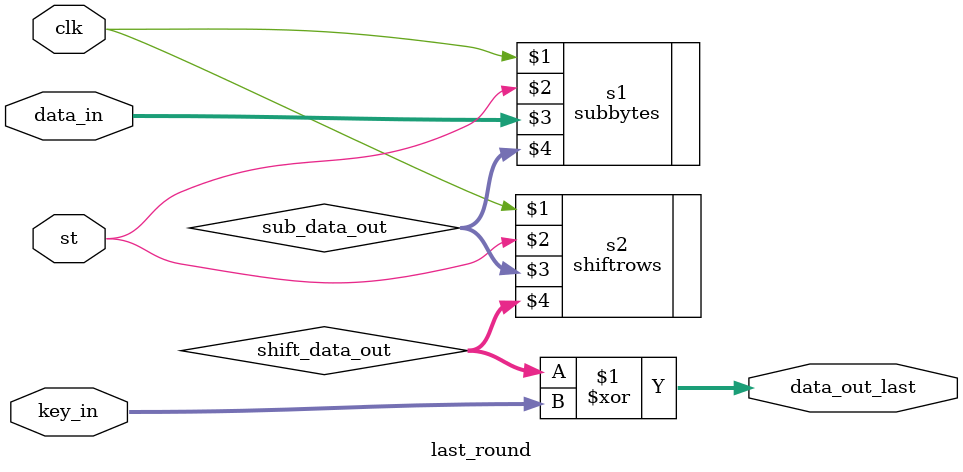
<source format=v>
`timescale 1ns / 10ps

module last_round(clk,st,data_in,key_in,data_out_last);
input clk;
input st;
input [127:0]data_in;
input [127:0]key_in;
output [127:0] data_out_last;

wire [127:0] sub_data_out,shift_data_out;

subbytes s1(clk,st,data_in,sub_data_out);
shiftrows s2(clk,st,sub_data_out,shift_data_out);
assign data_out_last=shift_data_out^key_in;


endmodule



</source>
